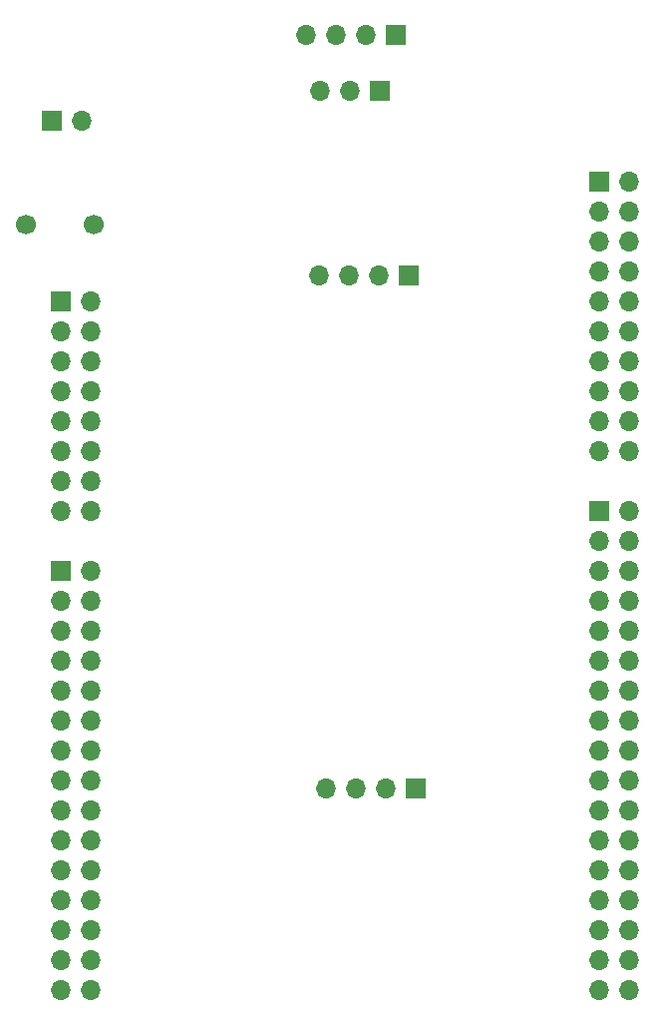
<source format=gbr>
%TF.GenerationSoftware,KiCad,Pcbnew,7.0.7*%
%TF.CreationDate,2023-08-23T14:17:52+01:00*%
%TF.ProjectId,AK4619_DevBoard,414b3436-3139-45f4-9465-76426f617264,rev?*%
%TF.SameCoordinates,Original*%
%TF.FileFunction,Soldermask,Bot*%
%TF.FilePolarity,Negative*%
%FSLAX46Y46*%
G04 Gerber Fmt 4.6, Leading zero omitted, Abs format (unit mm)*
G04 Created by KiCad (PCBNEW 7.0.7) date 2023-08-23 14:17:52*
%MOMM*%
%LPD*%
G01*
G04 APERTURE LIST*
%ADD10R,1.700000X1.700000*%
%ADD11O,1.700000X1.700000*%
%ADD12C,1.700000*%
G04 APERTURE END LIST*
D10*
%TO.C,J2*%
X138950000Y-47775000D03*
D11*
X141490000Y-47775000D03*
%TD*%
D10*
%TO.C,J8*%
X185420000Y-52860000D03*
D11*
X187960000Y-52860000D03*
X185420000Y-55400000D03*
X187960000Y-55400000D03*
X185420000Y-57940000D03*
X187960000Y-57940000D03*
X185420000Y-60480000D03*
X187960000Y-60480000D03*
X185420000Y-63020000D03*
X187960000Y-63020000D03*
X185420000Y-65560000D03*
X187960000Y-65560000D03*
X185420000Y-68100000D03*
X187960000Y-68100000D03*
X185420000Y-70640000D03*
X187960000Y-70640000D03*
X185420000Y-73180000D03*
X187960000Y-73180000D03*
X185420000Y-75720000D03*
X187960000Y-75720000D03*
%TD*%
D12*
%TO.C,TP1*%
X136700000Y-56500000D03*
%TD*%
D10*
%TO.C,J5*%
X168100000Y-40425000D03*
D11*
X165560000Y-40425000D03*
X163020000Y-40425000D03*
X160480000Y-40425000D03*
%TD*%
D10*
%TO.C,J7*%
X139700000Y-85880000D03*
D11*
X142240000Y-85880000D03*
X139700000Y-88420000D03*
X142240000Y-88420000D03*
X139700000Y-90960000D03*
X142240000Y-90960000D03*
X139700000Y-93500000D03*
X142240000Y-93500000D03*
X139700000Y-96040000D03*
X142240000Y-96040000D03*
X139700000Y-98580000D03*
X142240000Y-98580000D03*
X139700000Y-101120000D03*
X142240000Y-101120000D03*
X139700000Y-103660000D03*
X142240000Y-103660000D03*
X139700000Y-106200000D03*
X142240000Y-106200000D03*
X139700000Y-108740000D03*
X142240000Y-108740000D03*
X139700000Y-111280000D03*
X142240000Y-111280000D03*
X139700000Y-113820000D03*
X142240000Y-113820000D03*
X139700000Y-116360000D03*
X142240000Y-116360000D03*
X139700000Y-118900000D03*
X142240000Y-118900000D03*
X139700000Y-121440000D03*
X142240000Y-121440000D03*
%TD*%
D12*
%TO.C,TP2*%
X142500000Y-56500000D03*
%TD*%
D10*
%TO.C,J3*%
X169800000Y-104400000D03*
D11*
X167260000Y-104400000D03*
X164720000Y-104400000D03*
X162180000Y-104400000D03*
%TD*%
D10*
%TO.C,J9*%
X185420000Y-80800000D03*
D11*
X187960000Y-80800000D03*
X185420000Y-83340000D03*
X187960000Y-83340000D03*
X185420000Y-85880000D03*
X187960000Y-85880000D03*
X185420000Y-88420000D03*
X187960000Y-88420000D03*
X185420000Y-90960000D03*
X187960000Y-90960000D03*
X185420000Y-93500000D03*
X187960000Y-93500000D03*
X185420000Y-96040000D03*
X187960000Y-96040000D03*
X185420000Y-98580000D03*
X187960000Y-98580000D03*
X185420000Y-101120000D03*
X187960000Y-101120000D03*
X185420000Y-103660000D03*
X187960000Y-103660000D03*
X185420000Y-106200000D03*
X187960000Y-106200000D03*
X185420000Y-108740000D03*
X187960000Y-108740000D03*
X185420000Y-111280000D03*
X187960000Y-111280000D03*
X185420000Y-113820000D03*
X187960000Y-113820000D03*
X185420000Y-116360000D03*
X187960000Y-116360000D03*
X185420000Y-118900000D03*
X187960000Y-118900000D03*
X185420000Y-121440000D03*
X187960000Y-121440000D03*
%TD*%
D10*
%TO.C,J6*%
X139700000Y-63020000D03*
D11*
X142240000Y-63020000D03*
X139700000Y-65560000D03*
X142240000Y-65560000D03*
X139700000Y-68100000D03*
X142240000Y-68100000D03*
X139700000Y-70640000D03*
X142240000Y-70640000D03*
X139700000Y-73180000D03*
X142240000Y-73180000D03*
X139700000Y-75720000D03*
X142240000Y-75720000D03*
X139700000Y-78260000D03*
X142240000Y-78260000D03*
X139700000Y-80800000D03*
X142240000Y-80800000D03*
%TD*%
D10*
%TO.C,J4*%
X169200000Y-60825000D03*
D11*
X166660000Y-60825000D03*
X164120000Y-60825000D03*
X161580000Y-60825000D03*
%TD*%
D10*
%TO.C,J1*%
X166825000Y-45225000D03*
D11*
X164285000Y-45225000D03*
X161745000Y-45225000D03*
%TD*%
M02*

</source>
